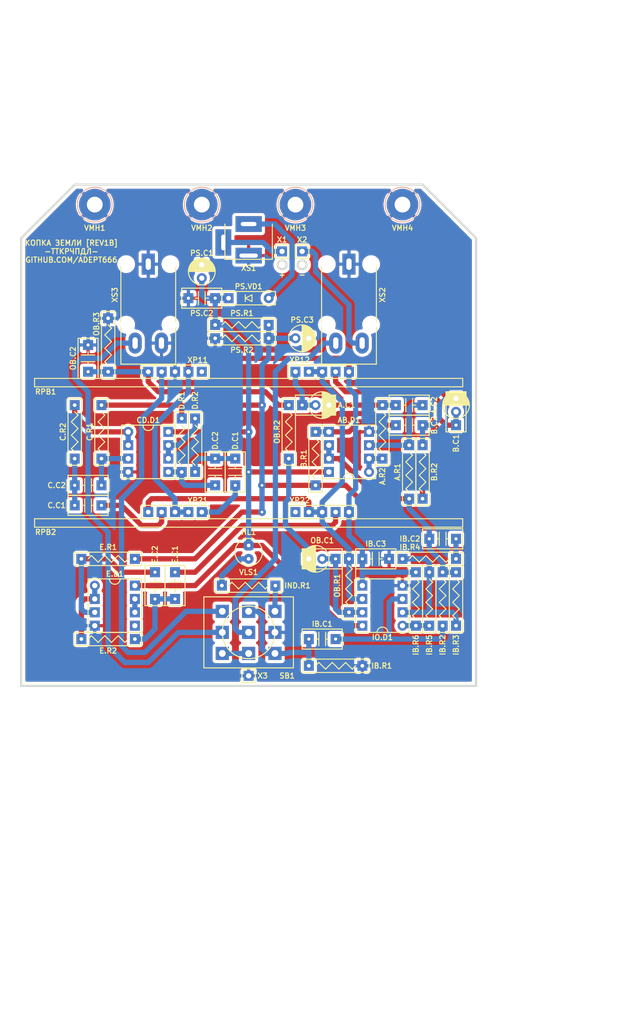
<source format=kicad_pcb>
(kicad_pcb (version 20171130) (host pcbnew 5.1.12-84ad8e8a86~92~ubuntu20.04.1)
  (title_block (title ТКП-1.24.B-4) (date 2025-01-03) (rev 1B) (company "Копка Земли [REV1B] Standard-Tuned SM") (comment 1 http://github.com/Adept666) (comment 2 "Igor Ivanov (Игорь Иванов)") (comment 3 -ТТКРЧПДЛ-) (comment 4 "This project is licensed under GNU General Public License v3.0 or later"))
  (layers (0 F.Cu jumper) (31 B.Cu signal) (37 F.SilkS user) (38 B.Mask user) (39 F.Mask user) (44 Edge.Cuts user))
  (net 0 "")
  (net 1 COM)
  (net 2 "Net-(HL1-PadC)")
  (net 3 /LED)
  (net 4 /PP3-POS)
  (net 5 /PP3-NEG)
  (net 6 VREF)
  (net 7 "Net-(A.C2-Pad2)")
  (net 8 "Net-(IB.C1-Pad2)")
  (net 9 "Net-(IB.C2-Pad2)")
  (net 10 /CUT-RAIL)
  (net 11 "Net-(IB.R3-Pad2)")
  (net 12 "Net-(IB.R5-Pad2)")
  (net 13 /BOOST-RAIL)
  (net 14 "Net-(IO.D1-Pad7)")
  (net 15 "Net-(OB.C2-Pad1)")
  (net 16 "Net-(C.C1-Pad1)")
  (net 17 "Net-(C.C1-Pad2)")
  (net 18 "Net-(C.C2-Pad2)")
  (net 19 "Net-(D.C1-Pad1)")
  (net 20 "Net-(D.C1-Pad2)")
  (net 21 "Net-(E.C1-Pad1)")
  (net 22 "Net-(E.C1-Pad2)")
  (net 23 "Net-(E.C2-Pad2)")
  (net 24 "Net-(E.D1-Pad6)")
  (net 25 "Net-(A.R2-Pad2)")
  (net 26 "Net-(AB.D1-Pad5)")
  (net 27 "Net-(AB.D1-Pad6)")
  (net 28 "Net-(C.R2-Pad2)")
  (net 29 "Net-(CD.D1-Pad5)")
  (net 30 "Net-(CD.D1-Pad6)")
  (net 31 "Net-(E.D1-Pad1)")
  (net 32 "Net-(E.D1-Pad5)")
  (net 33 V)
  (net 34 "Net-(PS.VD1-PadA)")
  (net 35 /IN-CIR)
  (net 36 /IN-CON)
  (net 37 "Net-(SB1-PadNC1)")
  (net 38 /OUT-CIR)
  (net 39 /OUT-CON)
  (net 40 "Net-(A.C1-Pad+)")
  (net 41 "Net-(A.C1-Pad-)")
  (net 42 "Net-(B.C1-Pad+)")
  (net 43 "Net-(B.C1-Pad-)")
  (net 44 "Net-(OB.C1-Pad-)")
  (module SBEPL:ТКП-6.1.3.A1 (layer F.Cu) (at 105.41 148.59)
    (fp_text reference VE2 hide)
    (fp_text value ТКП-6.1.3.A1.C1.2-1.B1.D1 hide)
  )
  (module SBEPL:ТКП-6.1.1.A1.A1.A (layer F.Cu) (at 105.41 148.59)
    (fp_text reference VE1 hide)
    (fp_text value ТКП-6.1.1.A1.A1.A.1-1 hide)
  )
  (module KCL-TH-ML:CON-PAD-S-1.0-1.9 (layer F.Cu) (at 115.57 105.41)
    (fp_text reference X2 (at 0 -2.2225) (layer F.SilkS) (effects (font (thickness 0.2))))
    (fp_text value X)
    (pad 1 thru_hole rect (at 0 0) (size 1.9 1.9) (drill 1) (layers *.Cu *.Mask) (net 5 /PP3-NEG))
  )
  (module KCL-TH-ML:CON-PAD-S-1.0-1.9 (layer F.Cu) (at 111.76 105.41)
    (fp_text reference X1 (at 0 -2.2225) (layer F.SilkS) (effects (font (thickness 0.2))))
    (fp_text value X)
    (pad 1 thru_hole rect (at 0 0) (size 1.9 1.9) (drill 1) (layers *.Cu *.Mask) (net 4 /PP3-POS))
  )
  (module KCL-TH-ML:CON-PAD-S-1.0-1.9 (layer F.Cu) (at 105.41 186.055)
    (fp_text reference X3 (at 1.5875 0) (layer F.SilkS) (effects (font (thickness 0.2)) (justify left)))
    (fp_text value COM)
    (pad 1 thru_hole rect (at 0 0) (size 1.9 1.9) (drill 1) (layers *.Cu *.Mask) (net 1 COM))
  )
  (module KCL-TH-ML:SW-PBS-24-302SP-2.5-PNL-12.0 (layer F.Cu) (at 105.41 177.8)
    (fp_text reference SB1 (at 8.89 8.255) (layer F.SilkS) (effects (font (thickness 0.2)) (justify right)))
    (fp_text value PBS-24-302SP)
    (pad COM3 thru_hole rect (at 5 0) (size 2.5 2.5) (drill 1.3) (layers *.Cu *.Mask) (net 1 COM))
    (pad NC3 thru_hole rect (at 5 4) (size 2.5 2.5) (drill 1.3) (layers *.Cu *.Mask) (net 35 /IN-CIR))
    (pad NO3 thru_hole rect (at 5 -4) (size 2.5 2.5) (drill 1.3) (layers *.Cu *.Mask) (net 3 /LED))
    (pad COM2 thru_hole rect (at 0 0) (size 2.5 2.5) (drill 1.3) (layers *.Cu *.Mask) (net 36 /IN-CON))
    (pad NC2 thru_hole rect (at 0 4) (size 2.5 2.5) (drill 1.3) (layers *.Cu *.Mask) (net 37 "Net-(SB1-PadNC1)"))
    (pad NO2 thru_hole rect (at 0 -4) (size 2.5 2.5) (drill 1.3) (layers *.Cu *.Mask) (net 35 /IN-CIR))
    (pad NO1 thru_hole rect (at -5 -4) (size 2.5 2.5) (drill 1.3) (layers *.Cu *.Mask) (net 38 /OUT-CIR))
    (pad COM1 thru_hole rect (at -5 0) (size 2.5 2.5) (drill 1.3) (layers *.Cu *.Mask) (net 39 /OUT-CON))
    (pad NC1 thru_hole rect (at -5 4) (size 2.5 2.5) (drill 1.3) (layers *.Cu *.Mask) (net 37 "Net-(SB1-PadNC1)"))
  )
  (module KCL-TH-ML:VMH-STA-DA5-PNL-3.0 (layer F.Cu) (at 134.62 96.52)
    (fp_text reference VMH4 (at 0 4.445) (layer F.SilkS) (effects (font (thickness 0.2))))
    (fp_text value DI5M3x20)
    (pad 0 thru_hole circle (at 0 0) (size 6 6) (drill 3) (layers *.Cu *.Mask) (net 1 COM))
  )
  (module KCL-TH-ML:VMH-STA-DA5-PNL-3.0 (layer F.Cu) (at 114.3 96.52)
    (fp_text reference VMH3 (at 0 4.445) (layer F.SilkS) (effects (font (thickness 0.2))))
    (fp_text value DI5M3x20)
    (pad 0 thru_hole circle (at 0 0) (size 6 6) (drill 3) (layers *.Cu *.Mask) (net 1 COM))
  )
  (module KCL-TH-ML:VMH-STA-DA5-PNL-3.0 (layer F.Cu) (at 96.52 96.52)
    (fp_text reference VMH2 (at 0 4.445) (layer F.SilkS) (effects (font (thickness 0.2))))
    (fp_text value DI5M3x20)
    (pad 0 thru_hole circle (at 0 0) (size 6 6) (drill 3) (layers *.Cu *.Mask) (net 1 COM))
  )
  (module KCL-TH-ML:VMH-STA-DA5-PNL-3.0 (layer F.Cu) (at 76.2 96.52)
    (fp_text reference VMH1 (at 0 4.445) (layer F.SilkS) (effects (font (thickness 0.2))))
    (fp_text value DI5M3x20)
    (pad 0 thru_hole circle (at 0 0) (size 6 6) (drill 3) (layers *.Cu *.Mask) (net 1 COM))
  )
  (module KCL-VIRTUAL:VLS-BR (layer F.Cu) (at 105.41 162.56)
    (fp_text reference VLS1 (at 0 3.81) (layer F.SilkS) (effects (font (thickness 0.2))))
    (fp_text value BR-17.8)
  )
  (module KCL-TH-ML:LED-ROUND-05.0-UNI-SH-SPACER-PNL-5.3 (layer F.Cu) (at 105.41 162.56 90)
    (fp_text reference HL1 (at 3.81 0 180) (layer F.SilkS) (effects (font (thickness 0.2))))
    (fp_text value FYL-5013UWC)
    (pad C thru_hole circle (at -1.27 0 90) (size 1.9 1.9) (drill 0.7) (layers *.Cu *.Mask) (net 2 "Net-(HL1-PadC)"))
    (pad A thru_hole roundrect (at 1.27 0 90) (size 1.9 1.9) (drill 0.7) (layers *.Cu *.Mask) (roundrect_rratio 0.3) (net 33 V))
  )
  (module KCL-VIRTUAL:B-PP3-HV (layer F.Cu) (at 105.41 196.85)
    (fp_text reference GB1 hide)
    (fp_text value X hide)
  )
  (module SBKCL-TH-ML:RPB-1590BB-18-3x17-1.6-PNL-7.2 (layer F.Cu) (at 105.41 143.71)
    (fp_text reference RPB2 (at -40.64 15.04) (layer F.SilkS) (effects (font (thickness 0.2)) (justify left)))
    (fp_text value B50K-B50K-B50K)
    (fp_text user XP21 (at -7.62 9.0075) (layer F.SilkS) (effects (font (thickness 0.2)) (justify right)))
    (fp_text user XP22 (at 7.62 9.0075) (layer F.SilkS) (effects (font (thickness 0.2)) (justify left)))
    (pad 22 thru_hole rect (at 8.89 11.23) (size 1.9 1.9) (drill 0.9) (layers *.Cu *.Mask) (net 19 "Net-(D.C1-Pad1)"))
    (pad 23 thru_hole rect (at 11.43 11.23) (size 1.9 1.9) (drill 0.9) (layers *.Cu *.Mask) (net 13 /BOOST-RAIL))
    (pad 33 thru_hole rect (at 13.97 11.23) (size 1.9 1.9) (drill 0.9) (layers *.Cu *.Mask) (net 13 /BOOST-RAIL))
    (pad 32 thru_hole rect (at 16.51 11.23) (size 1.9 1.9) (drill 0.9) (layers *.Cu *.Mask) (net 21 "Net-(E.C1-Pad1)"))
    (pad 31 thru_hole rect (at 19.05 11.23) (size 1.9 1.9) (drill 0.9) (layers *.Cu *.Mask) (net 10 /CUT-RAIL))
    (pad 22 thru_hole rect (at -8.89 11.23) (size 1.9 1.9) (drill 0.9) (layers *.Cu *.Mask) (net 19 "Net-(D.C1-Pad1)"))
    (pad 12 thru_hole rect (at -16.51 11.23) (size 1.9 1.9) (drill 0.9) (layers *.Cu *.Mask) (net 16 "Net-(C.C1-Pad1)"))
    (pad 11 thru_hole rect (at -13.97 11.23) (size 1.9 1.9) (drill 0.9) (layers *.Cu *.Mask) (net 10 /CUT-RAIL))
    (pad 13 thru_hole rect (at -19.05 11.23) (size 1.9 1.9) (drill 0.9) (layers *.Cu *.Mask) (net 13 /BOOST-RAIL))
    (pad 21 thru_hole rect (at -11.43 11.23) (size 1.9 1.9) (drill 0.9) (layers *.Cu *.Mask) (net 10 /CUT-RAIL))
  )
  (module SBKCL-TH-ML:RPB-1590BB-18-3x17-1.6-PNL-7.2 (layer F.Cu) (at 105.41 117.04)
    (fp_text reference RPB1 (at -40.64 15.04) (layer F.SilkS) (effects (font (thickness 0.2)) (justify left)))
    (fp_text value B50K-B50K-B50K)
    (fp_text user XP11 (at -7.62 9.0075) (layer F.SilkS) (effects (font (thickness 0.2)) (justify right)))
    (fp_text user XP12 (at 7.62 9.0075) (layer F.SilkS) (effects (font (thickness 0.2)) (justify left)))
    (pad 22 thru_hole rect (at 8.89 11.23) (size 1.9 1.9) (drill 0.9) (layers *.Cu *.Mask) (net 40 "Net-(A.C1-Pad+)"))
    (pad 23 thru_hole rect (at 11.43 11.23) (size 1.9 1.9) (drill 0.9) (layers *.Cu *.Mask) (net 13 /BOOST-RAIL))
    (pad 33 thru_hole rect (at 13.97 11.23) (size 1.9 1.9) (drill 0.9) (layers *.Cu *.Mask) (net 13 /BOOST-RAIL))
    (pad 32 thru_hole rect (at 16.51 11.23) (size 1.9 1.9) (drill 0.9) (layers *.Cu *.Mask) (net 42 "Net-(B.C1-Pad+)"))
    (pad 31 thru_hole rect (at 19.05 11.23) (size 1.9 1.9) (drill 0.9) (layers *.Cu *.Mask) (net 10 /CUT-RAIL))
    (pad 22 thru_hole rect (at -8.89 11.23) (size 1.9 1.9) (drill 0.9) (layers *.Cu *.Mask) (net 40 "Net-(A.C1-Pad+)"))
    (pad 12 thru_hole rect (at -16.51 11.23) (size 1.9 1.9) (drill 0.9) (layers *.Cu *.Mask) (net 38 /OUT-CIR))
    (pad 11 thru_hole rect (at -13.97 11.23) (size 1.9 1.9) (drill 0.9) (layers *.Cu *.Mask) (net 1 COM))
    (pad 13 thru_hole rect (at -19.05 11.23) (size 1.9 1.9) (drill 0.9) (layers *.Cu *.Mask) (net 15 "Net-(OB.C2-Pad1)"))
    (pad 21 thru_hole rect (at -11.43 11.23) (size 1.9 1.9) (drill 0.9) (layers *.Cu *.Mask) (net 10 /CUT-RAIL))
  )
  (module SBKCL-TH-ML:CON-ST-008X-04 (layer F.Cu) (at 124.46 100.33 180)
    (fp_text reference XS2 (at -6.35 -13.335 270) (layer F.SilkS) (effects (font (thickness 0.2))))
    (fp_text value PJ-309)
    (pad "" np_thru_hole circle (at 4.2 -7.5 180) (size 2.2 2.2) (drill 2.2) (layers *.Cu *.Mask))
    (pad "" np_thru_hole circle (at -4.2 -7.5 180) (size 2.2 2.2) (drill 2.2) (layers *.Cu *.Mask))
    (pad "" np_thru_hole circle (at 4.2 -19 180) (size 2.2 2.2) (drill 2.2) (layers *.Cu *.Mask))
    (pad R thru_hole oval (at -2.5 -22.5 180) (size 2.5 4) (drill oval 1 2.2) (layers *.Cu *.Mask) (net 5 /PP3-NEG))
    (pad T thru_hole oval (at 2.5 -22.5 180) (size 2.5 4) (drill oval 1 2.2) (layers *.Cu *.Mask) (net 36 /IN-CON))
    (pad S thru_hole rect (at 0 -7.5 180) (size 2.5 4) (drill oval 1 2.2) (layers *.Cu *.Mask) (net 1 COM))
    (pad "" np_thru_hole circle (at -4.2 -19 180) (size 2.2 2.2) (drill 2.2) (layers *.Cu *.Mask))
  )
  (module SBKCL-TH-ML:CON-ST-008X-04 (layer F.Cu) (at 86.36 100.33 180)
    (fp_text reference XS3 (at 6.35 -13.335 270) (layer F.SilkS) (effects (font (thickness 0.2))))
    (fp_text value PJ-309)
    (pad "" np_thru_hole circle (at 4.2 -7.5 180) (size 2.2 2.2) (drill 2.2) (layers *.Cu *.Mask))
    (pad "" np_thru_hole circle (at -4.2 -7.5 180) (size 2.2 2.2) (drill 2.2) (layers *.Cu *.Mask))
    (pad "" np_thru_hole circle (at 4.2 -19 180) (size 2.2 2.2) (drill 2.2) (layers *.Cu *.Mask))
    (pad R thru_hole oval (at -2.5 -22.5 180) (size 2.5 4) (drill oval 1 2.2) (layers *.Cu *.Mask) (net 1 COM))
    (pad T thru_hole oval (at 2.5 -22.5 180) (size 2.5 4) (drill oval 1 2.2) (layers *.Cu *.Mask) (net 39 /OUT-CON))
    (pad S thru_hole rect (at 0 -7.5 180) (size 2.5 4) (drill oval 1 2.2) (layers *.Cu *.Mask) (net 1 COM))
    (pad "" np_thru_hole circle (at -4.2 -19 180) (size 2.2 2.2) (drill 2.2) (layers *.Cu *.Mask))
  )
  (module SBKCL-TH-ML:C-DISK-D04.2-T03.0-P05.08-d0.5-OR-CP-RADIAL-D05.0-P02.0-CLS (layer F.Cu) (at 119.38 163.83 180)
    (fp_text reference OB.C1 (at 0 3.4925) (layer F.SilkS) (effects (font (thickness 0.2))))
    (fp_text value 105)
    (pad - thru_hole rect (at 2.54 0 180) (size 1.9 1.9) (drill 1) (layers *.Cu *.Mask) (net 44 "Net-(OB.C1-Pad-)"))
    (pad + thru_hole circle (at 0 0 180) (size 1.9 1.9) (drill 1) (layers *.Cu *.Mask) (net 14 "Net-(IO.D1-Pad7)"))
    (pad + thru_hole rect (at -2.54 0 180) (size 1.9 1.9) (drill 0.6) (layers *.Cu *.Mask) (net 14 "Net-(IO.D1-Pad7)"))
  )
  (module SBKCL-TH-ML:C-DISK-D04.2-T03.0-P05.08-d0.5-OR-CP-RADIAL-D05.0-P02.0-CLS (layer F.Cu) (at 144.78 135.89 90)
    (fp_text reference B.C1 (at -4.1275 0 90) (layer F.SilkS) (effects (font (thickness 0.2)) (justify right)))
    (fp_text value 105)
    (pad - thru_hole rect (at 2.54 0 90) (size 1.9 1.9) (drill 1) (layers *.Cu *.Mask) (net 43 "Net-(B.C1-Pad-)"))
    (pad + thru_hole circle (at 0 0 90) (size 1.9 1.9) (drill 1) (layers *.Cu *.Mask) (net 42 "Net-(B.C1-Pad+)"))
    (pad + thru_hole rect (at -2.54 0 90) (size 1.9 1.9) (drill 0.6) (layers *.Cu *.Mask) (net 42 "Net-(B.C1-Pad+)"))
  )
  (module SBKCL-TH-ML:C-DISK-D04.2-T03.0-P05.08-d0.5-OR-CP-RADIAL-D05.0-P02.0-CLS (layer F.Cu) (at 118.11 134.62)
    (fp_text reference A.C1 (at 4.1275 0) (layer F.SilkS) (effects (font (thickness 0.2)) (justify left)))
    (fp_text value 105)
    (pad + thru_hole rect (at -2.54 0) (size 1.9 1.9) (drill 0.6) (layers *.Cu *.Mask) (net 40 "Net-(A.C1-Pad+)"))
    (pad + thru_hole circle (at 0 0) (size 1.9 1.9) (drill 1) (layers *.Cu *.Mask) (net 40 "Net-(A.C1-Pad+)"))
    (pad - thru_hole rect (at 2.54 0) (size 1.9 1.9) (drill 1) (layers *.Cu *.Mask) (net 41 "Net-(A.C1-Pad-)"))
  )
  (module KCL-TH-ML:CP-RADIAL-D05.0-P02.0-CLS (layer F.Cu) (at 115.57 121.92)
    (fp_text reference PS.C3 (at 0 -3.4925) (layer F.SilkS) (effects (font (thickness 0.2))))
    (fp_text value 476)
    (pad - thru_hole roundrect (at 1.27 0) (size 1.9 1.9) (drill 1) (layers *.Cu *.Mask) (roundrect_rratio 0.3) (net 1 COM))
    (pad + thru_hole circle (at -1.27 0) (size 1.9 1.9) (drill 1) (layers *.Cu *.Mask) (net 6 VREF))
  )
  (module KCL-TH-ML:CP-RADIAL-D05.0-P02.0-CLS (layer F.Cu) (at 96.52 109.22 90)
    (fp_text reference PS.C1 (at 3.4925 0 180) (layer F.SilkS) (effects (font (thickness 0.2))))
    (fp_text value 107)
    (pad + thru_hole circle (at -1.27 0 90) (size 1.9 1.9) (drill 1) (layers *.Cu *.Mask) (net 33 V))
    (pad - thru_hole roundrect (at 1.27 0 90) (size 1.9 1.9) (drill 1) (layers *.Cu *.Mask) (roundrect_rratio 0.3) (net 1 COM))
  )
  (module KCL-TH-ML:C-DISK-D04.2-T03.0-P05.08-d0.5 (layer F.Cu) (at 96.52 114.3 180)
    (fp_text reference PS.C2 (at 0 -2.8575) (layer F.SilkS) (effects (font (thickness 0.2))))
    (fp_text value 104)
    (pad 1 thru_hole rect (at -2.54 0 180) (size 1.9 1.9) (drill 0.6) (layers *.Cu *.Mask) (net 33 V))
    (pad 2 thru_hole rect (at 2.54 0 180) (size 1.9 1.9) (drill 0.6) (layers *.Cu *.Mask) (net 1 COM))
  )
  (module KCL-TH-ML:C-DISK-D04.2-T03.0-P05.08-d0.5 (layer F.Cu) (at 74.93 125.73 90)
    (fp_text reference OB.C2 (at 0 -2.8575 90) (layer F.SilkS) (effects (font (thickness 0.2))))
    (fp_text value 103)
    (pad 1 thru_hole rect (at -2.54 0 90) (size 1.9 1.9) (drill 0.6) (layers *.Cu *.Mask) (net 15 "Net-(OB.C2-Pad1)"))
    (pad 2 thru_hole rect (at 2.54 0 90) (size 1.9 1.9) (drill 0.6) (layers *.Cu *.Mask) (net 1 COM))
  )
  (module KCL-TH-ML:C-DISK-D04.2-T03.0-P05.08-d0.5 (layer F.Cu) (at 129.54 163.83)
    (fp_text reference IB.C3 (at 0 -2.8575) (layer F.SilkS) (effects (font (thickness 0.2))))
    (fp_text value 151)
    (pad 1 thru_hole rect (at -2.54 0) (size 1.9 1.9) (drill 0.6) (layers *.Cu *.Mask) (net 10 /CUT-RAIL))
    (pad 2 thru_hole rect (at 2.54 0) (size 1.9 1.9) (drill 0.6) (layers *.Cu *.Mask) (net 1 COM))
  )
  (module KCL-TH-ML:C-DISK-D04.2-T03.0-P05.08-d0.5 (layer F.Cu) (at 142.24 160.02)
    (fp_text reference IB.C2 (at -4.1275 0) (layer F.SilkS) (effects (font (thickness 0.2)) (justify right)))
    (fp_text value 103)
    (pad 1 thru_hole rect (at -2.54 0) (size 1.9 1.9) (drill 0.6) (layers *.Cu *.Mask) (net 6 VREF))
    (pad 2 thru_hole rect (at 2.54 0) (size 1.9 1.9) (drill 0.6) (layers *.Cu *.Mask) (net 9 "Net-(IB.C2-Pad2)"))
  )
  (module KCL-TH-ML:C-DISK-D04.2-T03.0-P05.08-d0.5 (layer F.Cu) (at 119.38 179.07)
    (fp_text reference IB.C1 (at 0 -2.8575) (layer F.SilkS) (effects (font (thickness 0.2))))
    (fp_text value 103)
    (pad 1 thru_hole rect (at -2.54 0) (size 1.9 1.9) (drill 0.6) (layers *.Cu *.Mask) (net 35 /IN-CIR))
    (pad 2 thru_hole rect (at 2.54 0) (size 1.9 1.9) (drill 0.6) (layers *.Cu *.Mask) (net 8 "Net-(IB.C1-Pad2)"))
  )
  (module KCL-TH-ML:C-DISK-D04.2-T03.0-P05.08-d0.5 (layer F.Cu) (at 87.63 168.91 90)
    (fp_text reference E.C2 (at 4.1275 0 90) (layer F.SilkS) (effects (font (thickness 0.2)) (justify left)))
    (fp_text value 681)
    (pad 1 thru_hole rect (at -2.54 0 90) (size 1.9 1.9) (drill 0.6) (layers *.Cu *.Mask) (net 22 "Net-(E.C1-Pad2)"))
    (pad 2 thru_hole rect (at 2.54 0 90) (size 1.9 1.9) (drill 0.6) (layers *.Cu *.Mask) (net 23 "Net-(E.C2-Pad2)"))
  )
  (module KCL-TH-ML:C-DISK-D04.2-T03.0-P05.08-d0.5 (layer F.Cu) (at 91.44 168.91 270)
    (fp_text reference E.C1 (at -4.1275 0 90) (layer F.SilkS) (effects (font (thickness 0.2)) (justify left)))
    (fp_text value 223)
    (pad 1 thru_hole rect (at -2.54 0 270) (size 1.9 1.9) (drill 0.6) (layers *.Cu *.Mask) (net 21 "Net-(E.C1-Pad1)"))
    (pad 2 thru_hole rect (at 2.54 0 270) (size 1.9 1.9) (drill 0.6) (layers *.Cu *.Mask) (net 22 "Net-(E.C1-Pad2)"))
  )
  (module KCL-TH-ML:C-DISK-D04.2-T03.0-P05.08-d0.5 (layer F.Cu) (at 99.06 147.32 270)
    (fp_text reference D.C2 (at -4.1275 0 90) (layer F.SilkS) (effects (font (thickness 0.2)) (justify left)))
    (fp_text value 332)
    (pad 1 thru_hole rect (at -2.54 0 270) (size 1.9 1.9) (drill 0.6) (layers *.Cu *.Mask) (net 20 "Net-(D.C1-Pad2)"))
    (pad 2 thru_hole rect (at 2.54 0 270) (size 1.9 1.9) (drill 0.6) (layers *.Cu *.Mask) (net 29 "Net-(CD.D1-Pad5)"))
  )
  (module KCL-TH-ML:C-DISK-D04.2-T03.0-P05.08-d0.5 (layer F.Cu) (at 102.87 147.32 90)
    (fp_text reference D.C1 (at 4.1275 0 90) (layer F.SilkS) (effects (font (thickness 0.2)) (justify left)))
    (fp_text value 333)
    (pad 2 thru_hole rect (at 2.54 0 90) (size 1.9 1.9) (drill 0.6) (layers *.Cu *.Mask) (net 20 "Net-(D.C1-Pad2)"))
    (pad 1 thru_hole rect (at -2.54 0 90) (size 1.9 1.9) (drill 0.6) (layers *.Cu *.Mask) (net 19 "Net-(D.C1-Pad1)"))
  )
  (module KCL-TH-ML:C-DISK-D04.2-T03.0-P05.08-d0.5 (layer F.Cu) (at 74.93 149.86)
    (fp_text reference C.C2 (at -4.1275 0) (layer F.SilkS) (effects (font (thickness 0.2)) (justify right)))
    (fp_text value 472)
    (pad 2 thru_hole rect (at 2.54 0) (size 1.9 1.9) (drill 0.6) (layers *.Cu *.Mask) (net 18 "Net-(C.C2-Pad2)"))
    (pad 1 thru_hole rect (at -2.54 0) (size 1.9 1.9) (drill 0.6) (layers *.Cu *.Mask) (net 17 "Net-(C.C1-Pad2)"))
  )
  (module KCL-TH-ML:C-DISK-D04.2-T03.0-P05.08-d0.5 (layer F.Cu) (at 74.93 153.67 180)
    (fp_text reference C.C1 (at 4.1275 0) (layer F.SilkS) (effects (font (thickness 0.2)) (justify right)))
    (fp_text value 224)
    (pad 2 thru_hole rect (at 2.54 0 180) (size 1.9 1.9) (drill 0.6) (layers *.Cu *.Mask) (net 17 "Net-(C.C1-Pad2)"))
    (pad 1 thru_hole rect (at -2.54 0 180) (size 1.9 1.9) (drill 0.6) (layers *.Cu *.Mask) (net 16 "Net-(C.C1-Pad1)"))
  )
  (module KCL-TH-ML:C-DISK-D04.2-T03.0-P05.08-d0.5 (layer F.Cu) (at 135.89 138.43 180)
    (fp_text reference B.C2 (at -4.7625 0 270) (layer F.SilkS) (effects (font (thickness 0.2))))
    (fp_text value 682)
    (pad 1 thru_hole rect (at -2.54 0 180) (size 1.9 1.9) (drill 0.6) (layers *.Cu *.Mask) (net 43 "Net-(B.C1-Pad-)"))
    (pad 2 thru_hole rect (at 2.54 0 180) (size 1.9 1.9) (drill 0.6) (layers *.Cu *.Mask) (net 26 "Net-(AB.D1-Pad5)"))
  )
  (module KCL-TH-ML:C-DISK-D04.2-T03.0-P05.08-d0.5 (layer F.Cu) (at 135.89 134.62)
    (fp_text reference A.C2 (at 4.7625 0 90) (layer F.SilkS) (effects (font (thickness 0.2))))
    (fp_text value 473)
    (pad 2 thru_hole rect (at 2.54 0) (size 1.9 1.9) (drill 0.6) (layers *.Cu *.Mask) (net 7 "Net-(A.C2-Pad2)"))
    (pad 1 thru_hole rect (at -2.54 0) (size 1.9 1.9) (drill 0.6) (layers *.Cu *.Mask) (net 41 "Net-(A.C1-Pad-)"))
  )
  (module KCL-TH-ML:R-MFR-25 (layer F.Cu) (at 105.41 168.91 180)
    (fp_text reference IND.R1 (at -6.6675 0) (layer F.SilkS) (effects (font (thickness 0.2)) (justify left)))
    (fp_text value 103)
    (pad 1 thru_hole rect (at -5.08 0 180) (size 1.9 1.9) (drill 0.7) (layers *.Cu *.Mask) (net 3 /LED))
    (pad 2 thru_hole rect (at 5.08 0 180) (size 1.9 1.9) (drill 0.7) (layers *.Cu *.Mask) (net 2 "Net-(HL1-PadC)"))
  )
  (module KCL-TH-ML:R-MFR-25 (layer F.Cu) (at 104.14 121.92)
    (fp_text reference PS.R2 (at 0 2.2225) (layer F.SilkS) (effects (font (thickness 0.2))))
    (fp_text value 473)
    (pad 1 thru_hole rect (at -5.08 0) (size 1.9 1.9) (drill 0.7) (layers *.Cu *.Mask) (net 1 COM))
    (pad 2 thru_hole rect (at 5.08 0) (size 1.9 1.9) (drill 0.7) (layers *.Cu *.Mask) (net 6 VREF))
  )
  (module KCL-TH-ML:R-MFR-25 (layer F.Cu) (at 104.14 119.38 180)
    (fp_text reference PS.R1 (at 0 2.2225) (layer F.SilkS) (effects (font (thickness 0.2))))
    (fp_text value 473)
    (pad 1 thru_hole rect (at -5.08 0 180) (size 1.9 1.9) (drill 0.7) (layers *.Cu *.Mask) (net 6 VREF))
    (pad 2 thru_hole rect (at 5.08 0 180) (size 1.9 1.9) (drill 0.7) (layers *.Cu *.Mask) (net 33 V))
  )
  (module KCL-TH-ML:R-MFR-25 (layer F.Cu) (at 78.74 123.19 270)
    (fp_text reference OB.R3 (at -6.35 2.2225 90) (layer F.SilkS) (effects (font (thickness 0.2)) (justify right)))
    (fp_text value 103)
    (pad 1 thru_hole rect (at -5.08 0 270) (size 1.9 1.9) (drill 0.7) (layers *.Cu *.Mask) (net 1 COM))
    (pad 2 thru_hole rect (at 5.08 0 270) (size 1.9 1.9) (drill 0.7) (layers *.Cu *.Mask) (net 15 "Net-(OB.C2-Pad1)"))
  )
  (module KCL-TH-ML:R-MFR-25 (layer F.Cu) (at 113.03 139.7 90)
    (fp_text reference OB.R2 (at 0 -2.2225 90) (layer F.SilkS) (effects (font (thickness 0.2))))
    (fp_text value 103)
    (pad 2 thru_hole rect (at 5.08 0 90) (size 1.9 1.9) (drill 0.7) (layers *.Cu *.Mask) (net 15 "Net-(OB.C2-Pad1)"))
    (pad 1 thru_hole rect (at -5.08 0 90) (size 1.9 1.9) (drill 0.7) (layers *.Cu *.Mask) (net 44 "Net-(OB.C1-Pad-)"))
  )
  (module KCL-TH-ML:R-MFR-25 (layer F.Cu) (at 124.46 168.91 270)
    (fp_text reference OB.R1 (at 0 2.2225 90) (layer F.SilkS) (effects (font (thickness 0.2))))
    (fp_text value 103)
    (pad 2 thru_hole rect (at 5.08 0 270) (size 1.9 1.9) (drill 0.7) (layers *.Cu *.Mask) (net 14 "Net-(IO.D1-Pad7)"))
    (pad 1 thru_hole rect (at -5.08 0 270) (size 1.9 1.9) (drill 0.7) (layers *.Cu *.Mask) (net 13 /BOOST-RAIL))
  )
  (module KCL-TH-ML:R-MFR-25 (layer F.Cu) (at 137.16 171.45 90)
    (fp_text reference IB.R6 (at -6.6675 0 90) (layer F.SilkS) (effects (font (thickness 0.2)) (justify right)))
    (fp_text value 103)
    (pad 1 thru_hole rect (at -5.08 0 90) (size 1.9 1.9) (drill 0.7) (layers *.Cu *.Mask) (net 12 "Net-(IB.R5-Pad2)"))
    (pad 2 thru_hole rect (at 5.08 0 90) (size 1.9 1.9) (drill 0.7) (layers *.Cu *.Mask) (net 10 /CUT-RAIL))
  )
  (module KCL-TH-ML:R-MFR-25 (layer F.Cu) (at 139.7 171.45 270)
    (fp_text reference IB.R5 (at 6.6675 0 90) (layer F.SilkS) (effects (font (thickness 0.2)) (justify right)))
    (fp_text value 103)
    (pad 1 thru_hole rect (at -5.08 0 270) (size 1.9 1.9) (drill 0.7) (layers *.Cu *.Mask) (net 11 "Net-(IB.R3-Pad2)"))
    (pad 2 thru_hole rect (at 5.08 0 270) (size 1.9 1.9) (drill 0.7) (layers *.Cu *.Mask) (net 12 "Net-(IB.R5-Pad2)"))
  )
  (module KCL-TH-ML:R-MFR-25 (layer F.Cu) (at 139.7 163.83 180)
    (fp_text reference IB.R4 (at 1.5875 2.2225) (layer F.SilkS) (effects (font (thickness 0.2)) (justify right)))
    (fp_text value 102)
    (pad 1 thru_hole rect (at -5.08 0 180) (size 1.9 1.9) (drill 0.7) (layers *.Cu *.Mask) (net 9 "Net-(IB.C2-Pad2)"))
    (pad 2 thru_hole rect (at 5.08 0 180) (size 1.9 1.9) (drill 0.7) (layers *.Cu *.Mask) (net 11 "Net-(IB.R3-Pad2)"))
  )
  (module KCL-TH-ML:R-MFR-25 (layer F.Cu) (at 144.78 171.45 270)
    (fp_text reference IB.R3 (at 6.6675 0 90) (layer F.SilkS) (effects (font (thickness 0.2)) (justify right)))
    (fp_text value 103)
    (pad 1 thru_hole rect (at -5.08 0 270) (size 1.9 1.9) (drill 0.7) (layers *.Cu *.Mask) (net 6 VREF))
    (pad 2 thru_hole rect (at 5.08 0 270) (size 1.9 1.9) (drill 0.7) (layers *.Cu *.Mask) (net 11 "Net-(IB.R3-Pad2)"))
  )
  (module KCL-TH-ML:R-MFR-25 (layer F.Cu) (at 142.24 171.45 270)
    (fp_text reference IB.R2 (at 6.6675 0 90) (layer F.SilkS) (effects (font (thickness 0.2)) (justify right)))
    (fp_text value 474)
    (pad 1 thru_hole rect (at -5.08 0 270) (size 1.9 1.9) (drill 0.7) (layers *.Cu *.Mask) (net 6 VREF))
    (pad 2 thru_hole rect (at 5.08 0 270) (size 1.9 1.9) (drill 0.7) (layers *.Cu *.Mask) (net 8 "Net-(IB.C1-Pad2)"))
  )
  (module KCL-TH-ML:R-MFR-25 (layer F.Cu) (at 121.92 184.15 180)
    (fp_text reference IB.R1 (at -6.6675 0) (layer F.SilkS) (effects (font (thickness 0.2)) (justify left)))
    (fp_text value 225)
    (pad 1 thru_hole rect (at -5.08 0 180) (size 1.9 1.9) (drill 0.7) (layers *.Cu *.Mask) (net 1 COM))
    (pad 2 thru_hole rect (at 5.08 0 180) (size 1.9 1.9) (drill 0.7) (layers *.Cu *.Mask) (net 35 /IN-CIR))
  )
  (module KCL-TH-ML:R-MFR-25 (layer F.Cu) (at 78.74 179.07 180)
    (fp_text reference E.R2 (at 0 -2.2225) (layer F.SilkS) (effects (font (thickness 0.2))))
    (fp_text value 511)
    (pad 2 thru_hole rect (at 5.08 0 180) (size 1.9 1.9) (drill 0.7) (layers *.Cu *.Mask) (net 31 "Net-(E.D1-Pad1)"))
    (pad 1 thru_hole rect (at -5.08 0 180) (size 1.9 1.9) (drill 0.7) (layers *.Cu *.Mask) (net 22 "Net-(E.C1-Pad2)"))
  )
  (module KCL-TH-ML:R-MFR-25 (layer F.Cu) (at 78.74 163.83 180)
    (fp_text reference E.R1 (at 0 2.2225) (layer F.SilkS) (effects (font (thickness 0.2))))
    (fp_text value 124)
    (pad 2 thru_hole rect (at 5.08 0 180) (size 1.9 1.9) (drill 0.7) (layers *.Cu *.Mask) (net 23 "Net-(E.C2-Pad2)"))
    (pad 1 thru_hole rect (at -5.08 0 180) (size 1.9 1.9) (drill 0.7) (layers *.Cu *.Mask) (net 6 VREF))
  )
  (module KCL-TH-ML:R-MFR-25 (layer F.Cu) (at 95.25 142.24 90)
    (fp_text reference D.R2 (at 6.6675 0 90) (layer F.SilkS) (effects (font (thickness 0.2)) (justify left)))
    (fp_text value 821)
    (pad 2 thru_hole rect (at 5.08 0 90) (size 1.9 1.9) (drill 0.7) (layers *.Cu *.Mask) (net 30 "Net-(CD.D1-Pad6)"))
    (pad 1 thru_hole rect (at -5.08 0 90) (size 1.9 1.9) (drill 0.7) (layers *.Cu *.Mask) (net 20 "Net-(D.C1-Pad2)"))
  )
  (module KCL-TH-ML:R-MFR-25 (layer F.Cu) (at 92.71 142.24 270)
    (fp_text reference D.R1 (at -6.6675 0 90) (layer F.SilkS) (effects (font (thickness 0.2)) (justify left)))
    (fp_text value 104)
    (pad 1 thru_hole rect (at -5.08 0 270) (size 1.9 1.9) (drill 0.7) (layers *.Cu *.Mask) (net 6 VREF))
    (pad 2 thru_hole rect (at 5.08 0 270) (size 1.9 1.9) (drill 0.7) (layers *.Cu *.Mask) (net 29 "Net-(CD.D1-Pad5)"))
  )
  (module KCL-TH-ML:R-MFR-25 (layer F.Cu) (at 72.39 139.7 90)
    (fp_text reference C.R2 (at 0 -2.2225 90) (layer F.SilkS) (effects (font (thickness 0.2))))
    (fp_text value 511)
    (pad 2 thru_hole rect (at 5.08 0 90) (size 1.9 1.9) (drill 0.7) (layers *.Cu *.Mask) (net 28 "Net-(C.R2-Pad2)"))
    (pad 1 thru_hole rect (at -5.08 0 90) (size 1.9 1.9) (drill 0.7) (layers *.Cu *.Mask) (net 17 "Net-(C.C1-Pad2)"))
  )
  (module KCL-TH-ML:R-MFR-25 (layer F.Cu) (at 77.47 139.7 270)
    (fp_text reference C.R1 (at 0 2.2225 90) (layer F.SilkS) (effects (font (thickness 0.2))))
    (fp_text value 124)
    (pad 2 thru_hole rect (at 5.08 0 270) (size 1.9 1.9) (drill 0.7) (layers *.Cu *.Mask) (net 18 "Net-(C.C2-Pad2)"))
    (pad 1 thru_hole rect (at -5.08 0 270) (size 1.9 1.9) (drill 0.7) (layers *.Cu *.Mask) (net 6 VREF))
  )
  (module KCL-TH-ML:R-MFR-25 (layer F.Cu) (at 138.43 147.32 270)
    (fp_text reference B.R2 (at 0 -2.2225 90) (layer F.SilkS) (effects (font (thickness 0.2))))
    (fp_text value 471)
    (pad 2 thru_hole rect (at 5.08 0 270) (size 1.9 1.9) (drill 0.7) (layers *.Cu *.Mask) (net 27 "Net-(AB.D1-Pad6)"))
    (pad 1 thru_hole rect (at -5.08 0 270) (size 1.9 1.9) (drill 0.7) (layers *.Cu *.Mask) (net 43 "Net-(B.C1-Pad-)"))
  )
  (module KCL-TH-ML:R-MFR-25 (layer F.Cu) (at 118.11 144.78 90)
    (fp_text reference B.R1 (at 0 -2.2225 90) (layer F.SilkS) (effects (font (thickness 0.2))))
    (fp_text value 124)
    (pad 2 thru_hole rect (at 5.08 0 90) (size 1.9 1.9) (drill 0.7) (layers *.Cu *.Mask) (net 26 "Net-(AB.D1-Pad5)"))
    (pad 1 thru_hole rect (at -5.08 0 90) (size 1.9 1.9) (drill 0.7) (layers *.Cu *.Mask) (net 6 VREF))
  )
  (module KCL-TH-ML:R-MFR-25 (layer F.Cu) (at 130.81 139.7 270)
    (fp_text reference A.R2 (at 6.6675 0 90) (layer F.SilkS) (effects (font (thickness 0.2)) (justify right)))
    (fp_text value 471)
    (pad 2 thru_hole rect (at 5.08 0 270) (size 1.9 1.9) (drill 0.7) (layers *.Cu *.Mask) (net 25 "Net-(A.R2-Pad2)"))
    (pad 1 thru_hole rect (at -5.08 0 270) (size 1.9 1.9) (drill 0.7) (layers *.Cu *.Mask) (net 41 "Net-(A.C1-Pad-)"))
  )
  (module KCL-TH-ML:R-MFR-25 (layer F.Cu) (at 135.89 147.32 90)
    (fp_text reference A.R1 (at 0 -2.2225 90) (layer F.SilkS) (effects (font (thickness 0.2))))
    (fp_text value 104)
    (pad 2 thru_hole rect (at 5.08 0 90) (size 1.9 1.9) (drill 0.7) (layers *.Cu *.Mask) (net 7 "Net-(A.C2-Pad2)"))
    (pad 1 thru_hole rect (at -5.08 0 90) (size 1.9 1.9) (drill 0.7) (layers *.Cu *.Mask) (net 6 VREF))
  )
  (module KCL-TH-ML:CON-DC-005 (layer F.Cu) (at 105.41 92.71 180)
    (fp_text reference XS1 (at 0 -15.875) (layer F.SilkS) (effects (font (thickness 0.2))))
    (fp_text value DC-005)
    (pad C thru_hole rect (at 0 -13.5 180) (size 5 3) (drill oval 3.5 0.8) (layers *.Cu *.Mask) (net 1 COM))
    (pad SN thru_hole rect (at 4.8 -11 180) (size 3 5) (drill oval 0.8 3) (layers *.Cu *.Mask) (net 4 /PP3-POS))
    (pad S thru_hole rect (at 0 -7.5 180) (size 5 3) (drill oval 3 0.8) (layers *.Cu *.Mask) (net 34 "Net-(PS.VD1-PadA)"))
  )
  (module KCL-TH-ML:P-DIP-08 (layer F.Cu) (at 130.81 172.72 180)
    (fp_text reference IO.D1 (at 0 -6.0325) (layer F.SilkS) (effects (font (thickness 0.2))))
    (fp_text value 4558)
    (pad 8 thru_hole rect (at 3.81 -3.81 180) (size 1.9 1.9) (drill 1) (layers *.Cu *.Mask) (net 33 V))
    (pad 7 thru_hole rect (at 3.81 -1.27 180) (size 1.9 1.9) (drill 1) (layers *.Cu *.Mask) (net 14 "Net-(IO.D1-Pad7)"))
    (pad 6 thru_hole rect (at 3.81 1.27 180) (size 1.9 1.9) (drill 1) (layers *.Cu *.Mask) (net 13 /BOOST-RAIL))
    (pad 5 thru_hole rect (at 3.81 3.81 180) (size 1.9 1.9) (drill 1) (layers *.Cu *.Mask) (net 10 /CUT-RAIL))
    (pad 4 thru_hole rect (at -3.81 3.81 180) (size 1.9 1.9) (drill 1) (layers *.Cu *.Mask) (net 1 COM))
    (pad 3 thru_hole rect (at -3.81 1.27 180) (size 1.9 1.9) (drill 1) (layers *.Cu *.Mask) (net 8 "Net-(IB.C1-Pad2)"))
    (pad 2 thru_hole rect (at -3.81 -1.27 180) (size 1.9 1.9) (drill 1) (layers *.Cu *.Mask) (net 11 "Net-(IB.R3-Pad2)"))
    (pad 1 thru_hole circle (at -3.81 -3.81 180) (size 1.9 1.9) (drill 1) (layers *.Cu *.Mask) (net 12 "Net-(IB.R5-Pad2)"))
  )
  (module KCL-TH-ML:P-DIP-08 (layer F.Cu) (at 80.01 172.72)
    (fp_text reference E.D1 (at 0 -6.0325) (layer F.SilkS) (effects (font (thickness 0.2))))
    (fp_text value 4558)
    (pad 8 thru_hole rect (at 3.81 -3.81) (size 1.9 1.9) (drill 1) (layers *.Cu *.Mask) (net 33 V))
    (pad 7 thru_hole rect (at 3.81 -1.27) (size 1.9 1.9) (drill 1) (layers *.Cu *.Mask) (net 24 "Net-(E.D1-Pad6)"))
    (pad 6 thru_hole rect (at 3.81 1.27) (size 1.9 1.9) (drill 1) (layers *.Cu *.Mask) (net 24 "Net-(E.D1-Pad6)"))
    (pad 5 thru_hole rect (at 3.81 3.81) (size 1.9 1.9) (drill 1) (layers *.Cu *.Mask) (net 32 "Net-(E.D1-Pad5)"))
    (pad 4 thru_hole rect (at -3.81 3.81) (size 1.9 1.9) (drill 1) (layers *.Cu *.Mask) (net 1 COM))
    (pad 3 thru_hole rect (at -3.81 1.27) (size 1.9 1.9) (drill 1) (layers *.Cu *.Mask) (net 23 "Net-(E.C2-Pad2)"))
    (pad 2 thru_hole rect (at -3.81 -1.27) (size 1.9 1.9) (drill 1) (layers *.Cu *.Mask) (net 31 "Net-(E.D1-Pad1)"))
    (pad 1 thru_hole circle (at -3.81 -3.81) (size 1.9 1.9) (drill 1) (layers *.Cu *.Mask) (net 31 "Net-(E.D1-Pad1)"))
  )
  (module KCL-TH-ML:P-DIP-08 (layer F.Cu) (at 86.36 143.51)
    (fp_text reference CD.D1 (at 0 -6.0325) (layer F.SilkS) (effects (font (thickness 0.2))))
    (fp_text value 4558)
    (pad 8 thru_hole rect (at 3.81 -3.81) (size 1.9 1.9) (drill 1) (layers *.Cu *.Mask) (net 33 V))
    (pad 7 thru_hole rect (at 3.81 -1.27) (size 1.9 1.9) (drill 1) (layers *.Cu *.Mask) (net 30 "Net-(CD.D1-Pad6)"))
    (pad 6 thru_hole rect (at 3.81 1.27) (size 1.9 1.9) (drill 1) (layers *.Cu *.Mask) (net 30 "Net-(CD.D1-Pad6)"))
    (pad 5 thru_hole rect (at 3.81 3.81) (size 1.9 1.9) (drill 1) (layers *.Cu *.Mask) (net 29 "Net-(CD.D1-Pad5)"))
    (pad 4 thru_hole rect (at -3.81 3.81) (size 1.9 1.9) (drill 1) (layers *.Cu *.Mask) (net 1 COM))
    (pad 3 thru_hole rect (at -3.81 1.27) (size 1.9 1.9) (drill 1) (layers *.Cu *.Mask) (net 18 "Net-(C.C2-Pad2)"))
    (pad 2 thru_hole rect (at -3.81 -1.27) (size 1.9 1.9) (drill 1) (layers *.Cu *.Mask) (net 28 "Net-(C.R2-Pad2)"))
    (pad 1 thru_hole circle (at -3.81 -3.81) (size 1.9 1.9) (drill 1) (layers *.Cu *.Mask) (net 28 "Net-(C.R2-Pad2)"))
  )
  (module KCL-TH-ML:P-DIP-08 (layer F.Cu) (at 124.46 143.51 180)
    (fp_text reference AB.D1 (at 0 6.0325) (layer F.SilkS) (effects (font (thickness 0.2))))
    (fp_text value 4558)
    (pad 8 thru_hole rect (at 3.81 -3.81 180) (size 1.9 1.9) (drill 1) (layers *.Cu *.Mask) (net 33 V))
    (pad 7 thru_hole rect (at 3.81 -1.27 180) (size 1.9 1.9) (drill 1) (layers *.Cu *.Mask) (net 27 "Net-(AB.D1-Pad6)"))
    (pad 6 thru_hole rect (at 3.81 1.27 180) (size 1.9 1.9) (drill 1) (layers *.Cu *.Mask) (net 27 "Net-(AB.D1-Pad6)"))
    (pad 5 thru_hole rect (at 3.81 3.81 180) (size 1.9 1.9) (drill 1) (layers *.Cu *.Mask) (net 26 "Net-(AB.D1-Pad5)"))
    (pad 4 thru_hole rect (at -3.81 3.81 180) (size 1.9 1.9) (drill 1) (layers *.Cu *.Mask) (net 1 COM))
    (pad 3 thru_hole rect (at -3.81 1.27 180) (size 1.9 1.9) (drill 1) (layers *.Cu *.Mask) (net 7 "Net-(A.C2-Pad2)"))
    (pad 2 thru_hole rect (at -3.81 -1.27 180) (size 1.9 1.9) (drill 1) (layers *.Cu *.Mask) (net 25 "Net-(A.R2-Pad2)"))
    (pad 1 thru_hole circle (at -3.81 -3.81 180) (size 1.9 1.9) (drill 1) (layers *.Cu *.Mask) (net 25 "Net-(A.R2-Pad2)"))
  )
  (module KCL-TH-ML:P-DO-41 (layer F.Cu) (at 105.41 114.3 180)
    (fp_text reference PS.VD1 (at 0 2.2225) (layer F.SilkS) (effects (font (thickness 0.2))))
    (fp_text value 5817)
    (pad A thru_hole circle (at -3.81 0 180) (size 1.9 1.9) (drill 0.9) (layers *.Cu *.Mask) (net 34 "Net-(PS.VD1-PadA)"))
    (pad C thru_hole rect (at 3.81 0 180) (size 1.9 1.9) (drill 0.9) (layers *.Cu *.Mask) (net 33 V))
  )
  (gr_text - (at 115.57 109.855) (layer F.SilkS) (effects (font (size 1 1) (thickness 0.2))))
  (gr_text + (at 111.76 109.855) (layer F.SilkS) (effects (font (size 1 1) (thickness 0.2))))
  (gr_line (start 138.43 92.71) (end 148.59 102.87) (layer Edge.Cuts) (width 0.4))
  (gr_line (start 62.23 102.87) (end 72.39 92.71) (layer Edge.Cuts) (width 0.4))
  (gr_line (start 148.59 102.87) (end 148.59 187.96) (layer Edge.Cuts) (width 0.4))
  (gr_line (start 62.23 102.87) (end 62.23 187.96) (layer Edge.Cuts) (width 0.4))
  (gr_circle (center 115.57 107.95) (end 116.42 107.95) (layer Edge.Cuts) (width 0.4))
  (gr_circle (center 111.76 107.95) (end 112.61 107.95) (layer Edge.Cuts) (width 0.4))
  (gr_text "КОПКА ЗЕМЛИ [REV1B]\n-ТТКРЧПДЛ-\nGITHUB.COM/ADEPT666" (at 71.755 105.41) (layer F.SilkS) (effects (font (size 1 1) (thickness 0.2))))
  (gr_line (start 62.23 187.96) (end 148.59 187.96) (layer Edge.Cuts) (width 0.4))
  (gr_line (start 72.39 92.71) (end 138.43 92.71) (layer Edge.Cuts) (width 0.4))
  (segment (start 103.505 163.83) (end 105.41 163.83) (width 1) (layer B.Cu) (net 2))
  (segment (start 100.33 167.005) (end 103.505 163.83) (width 1) (layer B.Cu) (net 2))
  (segment (start 100.33 168.91) (end 100.33 167.005) (width 1) (layer B.Cu) (net 2))
  (segment (start 110.41 173.8) (end 110.41 171.53) (width 1) (layer B.Cu) (net 3))
  (segment (start 110.41 171.53) (end 110.49 171.45) (width 1) (layer B.Cu) (net 3))
  (segment (start 110.49 171.45) (end 110.49 168.91) (width 1) (layer B.Cu) (net 3))
  (segment (start 109.855 105.41) (end 111.76 105.41) (width 1) (layer B.Cu) (net 4))
  (segment (start 108.155 103.71) (end 109.855 105.41) (width 1) (layer B.Cu) (net 4))
  (segment (start 100.61 103.71) (end 108.155 103.71) (width 1) (layer B.Cu) (net 4))
  (segment (start 124.46 122.195) (end 125.095 122.83) (width 1) (layer B.Cu) (net 5))
  (segment (start 124.46 115.57) (end 124.46 122.195) (width 1) (layer B.Cu) (net 5))
  (segment (start 118.11 109.22) (end 124.46 115.57) (width 1) (layer B.Cu) (net 5))
  (segment (start 118.11 106.045) (end 118.11 109.22) (width 1) (layer B.Cu) (net 5))
  (segment (start 117.475 105.41) (end 118.11 106.045) (width 1) (layer B.Cu) (net 5))
  (segment (start 125.095 122.83) (end 126.96 122.83) (width 1) (layer B.Cu) (net 5))
  (segment (start 115.57 105.41) (end 117.475 105.41) (width 1) (layer B.Cu) (net 5))
  (via (at 107.95 134.62) (size 1.5) (drill 0.5) (layers F.Cu B.Cu) (net 6))
  (via (at 107.95 149.86) (size 1.5) (drill 0.5) (layers F.Cu B.Cu) (net 6))
  (via (at 107.95 154.94) (size 1.5) (drill 0.5) (layers F.Cu B.Cu) (net 6))
  (segment (start 142.24 166.37) (end 144.78 166.37) (width 1) (layer B.Cu) (net 6))
  (segment (start 92.71 137.16) (end 92.71 134.62) (width 1) (layer F.Cu) (net 6))
  (segment (start 92.71 134.62) (end 107.95 134.62) (width 1) (layer F.Cu) (net 6))
  (segment (start 77.47 134.62) (end 92.71 134.62) (width 1) (layer F.Cu) (net 6))
  (segment (start 139.7 161.925) (end 142.24 164.465) (width 1) (layer B.Cu) (net 6))
  (segment (start 142.24 164.465) (end 142.24 166.37) (width 1) (layer B.Cu) (net 6))
  (segment (start 139.7 160.02) (end 139.7 161.925) (width 1) (layer B.Cu) (net 6))
  (segment (start 118.11 149.86) (end 107.95 149.86) (width 1) (layer F.Cu) (net 6))
  (segment (start 135.89 154.305) (end 139.7 158.115) (width 1) (layer B.Cu) (net 6))
  (segment (start 139.7 158.115) (end 139.7 160.02) (width 1) (layer B.Cu) (net 6))
  (segment (start 135.89 152.4) (end 135.89 154.305) (width 1) (layer B.Cu) (net 6))
  (segment (start 126.365 152.4) (end 135.89 152.4) (width 1) (layer F.Cu) (net 6))
  (segment (start 123.825 149.86) (end 126.365 152.4) (width 1) (layer F.Cu) (net 6))
  (segment (start 118.11 149.86) (end 123.825 149.86) (width 1) (layer F.Cu) (net 6))
  (segment (start 109.22 121.92) (end 114.3 121.92) (width 1) (layer B.Cu) (net 6))
  (segment (start 109.22 119.38) (end 109.22 121.92) (width 1) (layer B.Cu) (net 6))
  (segment (start 109.22 125.73) (end 107.95 127) (width 1) (layer B.Cu) (net 6))
  (segment (start 109.22 121.92) (end 109.22 125.73) (width 1) (layer B.Cu) (net 6))
  (segment (start 107.95 127) (end 107.95 134.62) (width 1) (layer B.Cu) (net 6))
  (segment (start 107.95 134.62) (end 107.95 149.86) (width 1) (layer B.Cu) (net 6))
  (segment (start 107.95 149.86) (end 107.95 154.94) (width 1) (layer B.Cu) (net 6))
  (segment (start 104.14 154.94) (end 107.95 154.94) (width 1) (layer F.Cu) (net 6))
  (segment (start 95.25 163.83) (end 104.14 154.94) (width 1) (layer F.Cu) (net 6))
  (segment (start 83.82 163.83) (end 95.25 163.83) (width 1) (layer F.Cu) (net 6))
  (segment (start 128.27 142.24) (end 135.89 142.24) (width 1) (layer B.Cu) (net 7))
  (segment (start 136.525 134.62) (end 138.43 134.62) (width 1) (layer B.Cu) (net 7))
  (segment (start 135.89 135.255) (end 136.525 134.62) (width 1) (layer B.Cu) (net 7))
  (segment (start 135.89 142.24) (end 135.89 135.255) (width 1) (layer B.Cu) (net 7))
  (segment (start 121.92 179.07) (end 132.08 179.07) (width 1) (layer B.Cu) (net 8))
  (segment (start 142.24 178.435) (end 142.24 176.53) (width 1) (layer B.Cu) (net 8))
  (segment (start 141.605 179.07) (end 142.24 178.435) (width 1) (layer B.Cu) (net 8))
  (segment (start 132.08 179.07) (end 141.605 179.07) (width 1) (layer B.Cu) (net 8))
  (segment (start 132.715 171.45) (end 134.62 171.45) (width 1) (layer B.Cu) (net 8))
  (segment (start 132.08 172.085) (end 132.715 171.45) (width 1) (layer B.Cu) (net 8))
  (segment (start 132.08 179.07) (end 132.08 172.085) (width 1) (layer B.Cu) (net 8))
  (segment (start 144.78 160.02) (end 144.78 163.83) (width 1) (layer B.Cu) (net 9))
  (segment (start 91.44 154.94) (end 93.98 154.94) (width 1) (layer B.Cu) (net 10))
  (segment (start 137.16 166.37) (end 127 166.37) (width 1) (layer B.Cu) (net 10))
  (segment (start 127 166.37) (end 127 168.91) (width 1) (layer B.Cu) (net 10))
  (segment (start 93.98 132.08) (end 93.98 128.27) (width 1) (layer B.Cu) (net 10))
  (segment (start 87.63 138.43) (end 93.98 132.08) (width 1) (layer B.Cu) (net 10))
  (segment (start 87.63 148.59) (end 87.63 138.43) (width 1) (layer B.Cu) (net 10))
  (segment (start 91.44 152.4) (end 87.63 148.59) (width 1) (layer B.Cu) (net 10))
  (segment (start 91.44 154.94) (end 91.44 152.4) (width 1) (layer B.Cu) (net 10))
  (segment (start 124.46 126.365) (end 124.46 128.27) (width 1) (layer F.Cu) (net 10))
  (segment (start 123.825 125.73) (end 124.46 126.365) (width 1) (layer F.Cu) (net 10))
  (segment (start 94.615 125.73) (end 123.825 125.73) (width 1) (layer F.Cu) (net 10))
  (segment (start 93.98 126.365) (end 94.615 125.73) (width 1) (layer F.Cu) (net 10))
  (segment (start 93.98 128.27) (end 93.98 126.365) (width 1) (layer F.Cu) (net 10))
  (segment (start 127 163.83) (end 127 166.37) (width 1) (layer B.Cu) (net 10))
  (segment (start 127 161.925) (end 127 163.83) (width 1) (layer B.Cu) (net 10))
  (segment (start 124.46 159.385) (end 127 161.925) (width 1) (layer B.Cu) (net 10))
  (segment (start 124.46 154.94) (end 124.46 159.385) (width 1) (layer B.Cu) (net 10))
  (segment (start 124.46 131.445) (end 124.46 128.27) (width 1) (layer B.Cu) (net 10))
  (segment (start 125.73 132.715) (end 124.46 131.445) (width 1) (layer B.Cu) (net 10))
  (segment (start 125.73 150.495) (end 125.73 132.715) (width 1) (layer B.Cu) (net 10))
  (segment (start 124.46 151.765) (end 125.73 150.495) (width 1) (layer B.Cu) (net 10))
  (segment (start 124.46 154.94) (end 124.46 151.765) (width 1) (layer B.Cu) (net 10))
  (segment (start 144.78 174.625) (end 144.78 176.53) (width 1) (layer B.Cu) (net 11))
  (segment (start 144.145 173.99) (end 144.78 174.625) (width 1) (layer B.Cu) (net 11))
  (segment (start 139.7 173.99) (end 144.145 173.99) (width 1) (layer B.Cu) (net 11))
  (segment (start 139.7 173.99) (end 139.7 166.37) (width 1) (layer B.Cu) (net 11))
  (segment (start 134.62 173.99) (end 139.7 173.99) (width 1) (layer B.Cu) (net 11))
  (segment (start 134.62 163.83) (end 139.065 163.83) (width 1) (layer B.Cu) (net 11))
  (segment (start 139.065 163.83) (end 139.7 164.465) (width 1) (layer B.Cu) (net 11))
  (segment (start 139.7 164.465) (end 139.7 166.37) (width 1) (layer B.Cu) (net 11))
  (segment (start 134.62 176.53) (end 137.16 176.53) (width 1) (layer B.Cu) (net 12))
  (segment (start 137.16 176.53) (end 139.7 176.53) (width 1) (layer B.Cu) (net 12))
  (segment (start 116.84 128.27) (end 119.38 128.27) (width 1) (layer B.Cu) (net 13))
  (segment (start 116.84 154.94) (end 119.38 154.94) (width 1) (layer B.Cu) (net 13))
  (segment (start 116.84 153.035) (end 116.84 154.94) (width 1) (layer F.Cu) (net 13))
  (segment (start 86.995 152.4) (end 116.205 152.4) (width 1) (layer F.Cu) (net 13))
  (segment (start 86.36 153.035) (end 86.995 152.4) (width 1) (layer F.Cu) (net 13))
  (segment (start 116.205 152.4) (end 116.84 153.035) (width 1) (layer F.Cu) (net 13))
  (segment (start 86.36 154.94) (end 86.36 153.035) (width 1) (layer F.Cu) (net 13))
  (segment (start 124.46 170.815) (end 125.095 171.45) (width 1) (layer B.Cu) (net 13))
  (segment (start 125.095 171.45) (end 127 171.45) (width 1) (layer B.Cu) (net 13))
  (segment (start 124.46 163.83) (end 124.46 170.815) (width 1) (layer B.Cu) (net 13))
  (segment (start 124.46 161.925) (end 119.38 156.845) (width 1) (layer B.Cu) (net 13))
  (segment (start 124.46 163.83) (end 124.46 161.925) (width 1) (layer B.Cu) (net 13))
  (segment (start 119.38 154.94) (end 119.38 156.845) (width 1) (layer B.Cu) (net 13))
  (segment (start 123.19 133.985) (end 119.38 130.175) (width 1) (layer B.Cu) (net 13))
  (segment (start 119.38 130.175) (end 119.38 128.27) (width 1) (layer B.Cu) (net 13))
  (segment (start 123.19 149.225) (end 123.19 133.985) (width 1) (layer B.Cu) (net 13))
  (segment (start 119.38 153.035) (end 123.19 149.225) (width 1) (layer B.Cu) (net 13))
  (segment (start 119.38 154.94) (end 119.38 153.035) (width 1) (layer B.Cu) (net 13))
  (segment (start 124.46 173.99) (end 127 173.99) (width 1) (layer B.Cu) (net 14))
  (segment (start 122.555 173.99) (end 124.46 173.99) (width 1) (layer B.Cu) (net 14))
  (segment (start 121.92 173.355) (end 122.555 173.99) (width 1) (layer B.Cu) (net 14))
  (segment (start 121.92 163.83) (end 121.92 173.355) (width 1) (layer B.Cu) (net 14))
  (segment (start 119.38 163.83) (end 121.92 163.83) (width 1) (layer B.Cu) (net 14))
  (segment (start 74.93 128.27) (end 78.74 128.27) (width 1) (layer B.Cu) (net 15))
  (segment (start 78.74 128.27) (end 86.36 128.27) (width 1) (layer B.Cu) (net 15))
  (segment (start 108.585 132.08) (end 111.125 134.62) (width 1) (layer F.Cu) (net 15))
  (segment (start 111.125 134.62) (end 113.03 134.62) (width 1) (layer F.Cu) (net 15))
  (segment (start 88.265 132.08) (end 108.585 132.08) (width 1) (layer F.Cu) (net 15))
  (segment (start 86.36 130.175) (end 88.265 132.08) (width 1) (layer F.Cu) (net 15))
  (segment (start 86.36 128.27) (end 86.36 130.175) (width 1) (layer F.Cu) (net 15))
  (segment (start 88.265 157.48) (end 88.9 156.845) (width 1) (layer F.Cu) (net 16))
  (segment (start 85.09 157.48) (end 88.265 157.48) (width 1) (layer F.Cu) (net 16))
  (segment (start 81.28 153.67) (end 85.09 157.48) (width 1) (layer F.Cu) (net 16))
  (segment (start 88.9 156.845) (end 88.9 154.94) (width 1) (layer F.Cu) (net 16))
  (segment (start 77.47 153.67) (end 81.28 153.67) (width 1) (layer F.Cu) (net 16))
  (segment (start 72.39 149.86) (end 72.39 144.78) (width 1) (layer B.Cu) (net 17))
  (segment (start 72.39 149.86) (end 72.39 153.67) (width 1) (layer B.Cu) (net 17))
  (segment (start 77.47 144.78) (end 82.55 144.78) (width 1) (layer B.Cu) (net 18))
  (segment (start 77.47 144.78) (end 77.47 149.86) (width 1) (layer B.Cu) (net 18))
  (segment (start 102.87 151.765) (end 102.87 149.86) (width 1) (layer B.Cu) (net 19))
  (segment (start 99.695 154.94) (end 102.87 151.765) (width 1) (layer B.Cu) (net 19))
  (segment (start 96.52 154.94) (end 99.695 154.94) (width 1) (layer B.Cu) (net 19))
  (segment (start 99.06 144.78) (end 102.87 144.78) (width 1) (layer B.Cu) (net 20))
  (segment (start 95.885 144.78) (end 99.06 144.78) (width 1) (layer B.Cu) (net 20))
  (segment (start 95.25 145.415) (end 95.885 144.78) (width 1) (layer B.Cu) (net 20))
  (segment (start 95.25 147.32) (end 95.25 145.415) (width 1) (layer B.Cu) (net 20))
  (segment (start 121.92 156.845) (end 121.92 154.94) (width 1) (layer F.Cu) (net 21))
  (segment (start 121.285 157.48) (end 121.92 156.845) (width 1) (layer F.Cu) (net 21))
  (segment (start 104.14 157.48) (end 121.285 157.48) (width 1) (layer F.Cu) (net 21))
  (segment (start 95.25 166.37) (end 104.14 157.48) (width 1) (layer F.Cu) (net 21))
  (segment (start 91.44 166.37) (end 95.25 166.37) (width 1) (layer F.Cu) (net 21))
  (segment (start 87.63 171.45) (end 91.44 171.45) (width 1) (layer B.Cu) (net 22))
  (segment (start 87.63 177.165) (end 87.63 171.45) (width 1) (layer B.Cu) (net 22))
  (segment (start 85.725 179.07) (end 87.63 177.165) (width 1) (layer B.Cu) (net 22))
  (segment (start 83.82 179.07) (end 85.725 179.07) (width 1) (layer B.Cu) (net 22))
  (segment (start 74.295 173.99) (end 76.2 173.99) (width 1) (layer B.Cu) (net 23))
  (segment (start 73.66 173.355) (end 74.295 173.99) (width 1) (layer B.Cu) (net 23))
  (segment (start 73.66 163.83) (end 73.66 173.355) (width 1) (layer B.Cu) (net 23))
  (segment (start 81.28 166.37) (end 87.63 166.37) (width 1) (layer F.Cu) (net 23))
  (segment (start 78.74 163.83) (end 81.28 166.37) (width 1) (layer F.Cu) (net 23))
  (segment (start 73.66 163.83) (end 78.74 163.83) (width 1) (layer F.Cu) (net 23))
  (segment (start 83.82 171.45) (end 83.82 173.99) (width 1) (layer B.Cu) (net 24))
  (segment (start 128.27 144.78) (end 128.27 147.32) (width 1) (layer B.Cu) (net 25))
  (segment (start 128.27 144.78) (end 130.81 144.78) (width 1) (layer B.Cu) (net 25))
  (segment (start 118.11 139.7) (end 120.65 139.7) (width 1) (layer B.Cu) (net 26))
  (segment (start 130.81 137.795) (end 131.445 138.43) (width 1) (layer F.Cu) (net 26))
  (segment (start 126.365 137.795) (end 130.81 137.795) (width 1) (layer F.Cu) (net 26))
  (segment (start 124.46 139.7) (end 126.365 137.795) (width 1) (layer F.Cu) (net 26))
  (segment (start 131.445 138.43) (end 133.35 138.43) (width 1) (layer F.Cu) (net 26))
  (segment (start 120.65 139.7) (end 124.46 139.7) (width 1) (layer F.Cu) (net 26))
  (segment (start 120.65 142.24) (end 120.65 144.78) (width 1) (layer B.Cu) (net 27))
  (segment (start 138.43 150.495) (end 138.43 152.4) (width 1) (layer F.Cu) (net 27))
  (segment (start 137.795 149.86) (end 138.43 150.495) (width 1) (layer F.Cu) (net 27))
  (segment (start 127.635 149.86) (end 137.795 149.86) (width 1) (layer F.Cu) (net 27))
  (segment (start 122.555 144.78) (end 127.635 149.86) (width 1) (layer F.Cu) (net 27))
  (segment (start 120.65 144.78) (end 122.555 144.78) (width 1) (layer F.Cu) (net 27))
  (segment (start 82.55 139.7) (end 82.55 142.24) (width 1) (layer B.Cu) (net 28))
  (segment (start 72.39 136.525) (end 75.565 139.7) (width 1) (layer F.Cu) (net 28))
  (segment (start 75.565 139.7) (end 82.55 139.7) (width 1) (layer F.Cu) (net 28))
  (segment (start 72.39 134.62) (end 72.39 136.525) (width 1) (layer F.Cu) (net 28))
  (segment (start 90.17 147.32) (end 92.71 147.32) (width 1) (layer B.Cu) (net 29))
  (segment (start 93.345 149.86) (end 99.06 149.86) (width 1) (layer B.Cu) (net 29))
  (segment (start 92.71 149.225) (end 93.345 149.86) (width 1) (layer B.Cu) (net 29))
  (segment (start 92.71 147.32) (end 92.71 149.225) (width 1) (layer B.Cu) (net 29))
  (segment (start 90.17 142.24) (end 90.17 144.78) (width 1) (layer B.Cu) (net 30))
  (segment (start 92.075 142.24) (end 90.17 142.24) (width 1) (layer B.Cu) (net 30))
  (segment (start 95.25 139.065) (end 92.075 142.24) (width 1) (layer B.Cu) (net 30))
  (segment (start 95.25 137.16) (end 95.25 139.065) (width 1) (layer B.Cu) (net 30))
  (segment (start 76.2 168.91) (end 76.2 171.45) (width 1) (layer B.Cu) (net 31))
  (segment (start 74.295 171.45) (end 76.2 171.45) (width 1) (layer F.Cu) (net 31))
  (segment (start 73.66 172.085) (end 74.295 171.45) (width 1) (layer F.Cu) (net 31))
  (segment (start 73.66 179.07) (end 73.66 172.085) (width 1) (layer F.Cu) (net 31))
  (via (at 105.41 147.32) (size 1.5) (drill 0.5) (layers F.Cu B.Cu) (net 33))
  (segment (start 120.65 147.32) (end 105.41 147.32) (width 1) (layer F.Cu) (net 33))
  (segment (start 105.41 147.32) (end 105.41 161.29) (width 1) (layer B.Cu) (net 33))
  (via (at 105.41 139.7) (size 1.5) (drill 0.5) (layers F.Cu B.Cu) (net 33))
  (segment (start 90.17 139.7) (end 105.41 139.7) (width 1) (layer F.Cu) (net 33))
  (segment (start 105.41 139.7) (end 105.41 147.32) (width 1) (layer B.Cu) (net 33))
  (segment (start 99.06 114.3) (end 101.6 114.3) (width 1) (layer B.Cu) (net 33))
  (segment (start 99.06 114.3) (end 99.06 119.38) (width 1) (layer B.Cu) (net 33))
  (segment (start 105.41 123.825) (end 105.41 139.7) (width 1) (layer B.Cu) (net 33))
  (segment (start 100.965 119.38) (end 105.41 123.825) (width 1) (layer B.Cu) (net 33))
  (segment (start 99.06 119.38) (end 100.965 119.38) (width 1) (layer B.Cu) (net 33))
  (segment (start 97.155 114.3) (end 99.06 114.3) (width 1) (layer B.Cu) (net 33))
  (segment (start 96.52 113.665) (end 97.155 114.3) (width 1) (layer B.Cu) (net 33))
  (segment (start 96.52 110.49) (end 96.52 113.665) (width 1) (layer B.Cu) (net 33))
  (segment (start 102.87 161.29) (end 105.41 161.29) (width 1) (layer F.Cu) (net 33))
  (segment (start 95.25 168.91) (end 102.87 161.29) (width 1) (layer F.Cu) (net 33))
  (segment (start 83.82 168.91) (end 95.25 168.91) (width 1) (layer F.Cu) (net 33))
  (segment (start 123.19 176.53) (end 127 176.53) (width 1) (layer F.Cu) (net 33))
  (segment (start 107.95 161.29) (end 123.19 176.53) (width 1) (layer F.Cu) (net 33))
  (segment (start 105.41 161.29) (end 107.95 161.29) (width 1) (layer F.Cu) (net 33))
  (segment (start 110.37 100.21) (end 105.41 100.21) (width 1) (layer B.Cu) (net 34))
  (segment (start 113.665 103.505) (end 110.37 100.21) (width 1) (layer B.Cu) (net 34))
  (segment (start 113.665 109.855) (end 113.665 103.505) (width 1) (layer B.Cu) (net 34))
  (segment (start 109.22 114.3) (end 113.665 109.855) (width 1) (layer B.Cu) (net 34))
  (segment (start 110.41 181.8) (end 112.84 181.8) (width 1) (layer B.Cu) (net 35))
  (segment (start 112.84 181.8) (end 113.03 181.61) (width 1) (layer B.Cu) (net 35))
  (segment (start 113.03 181.61) (end 116.84 181.61) (width 1) (layer B.Cu) (net 35))
  (segment (start 105.41 173.8) (end 107.125 173.8) (width 1) (layer B.Cu) (net 35))
  (segment (start 107.125 173.8) (end 107.95 174.625) (width 1) (layer B.Cu) (net 35))
  (segment (start 110.41 181.8) (end 108.775 181.8) (width 1) (layer B.Cu) (net 35))
  (segment (start 108.775 181.8) (end 107.95 180.975) (width 1) (layer B.Cu) (net 35))
  (segment (start 107.95 174.625) (end 107.95 180.975) (width 1) (layer B.Cu) (net 35))
  (segment (start 116.84 179.07) (end 116.84 181.61) (width 1) (layer B.Cu) (net 35))
  (segment (start 116.84 181.61) (end 116.84 184.15) (width 1) (layer B.Cu) (net 35))
  (segment (start 103.505 177.8) (end 105.41 177.8) (width 1) (layer B.Cu) (net 36))
  (segment (start 102.87 177.165) (end 103.505 177.8) (width 1) (layer B.Cu) (net 36))
  (segment (start 102.87 171.45) (end 102.87 177.165) (width 1) (layer B.Cu) (net 36))
  (segment (start 110.49 163.83) (end 102.87 171.45) (width 1) (layer B.Cu) (net 36))
  (segment (start 110.49 128.27) (end 110.49 163.83) (width 1) (layer B.Cu) (net 36))
  (segment (start 116.84 125.73) (end 113.03 125.73) (width 1) (layer B.Cu) (net 36))
  (segment (start 119.74 122.83) (end 116.84 125.73) (width 1) (layer B.Cu) (net 36))
  (segment (start 113.03 125.73) (end 110.49 128.27) (width 1) (layer B.Cu) (net 36))
  (segment (start 121.96 122.83) (end 119.74 122.83) (width 1) (layer B.Cu) (net 36))
  (segment (start 100.41 181.8) (end 105.41 181.8) (width 1) (layer B.Cu) (net 37))
  (segment (start 100.41 173.8) (end 93.535 173.8) (width 1) (layer B.Cu) (net 38))
  (segment (start 93.535 173.8) (end 85.725 181.61) (width 1) (layer B.Cu) (net 38))
  (segment (start 85.09 137.16) (end 88.9 133.35) (width 1) (layer B.Cu) (net 38))
  (segment (start 85.725 181.61) (end 82.55 181.61) (width 1) (layer B.Cu) (net 38))
  (segment (start 82.55 181.61) (end 81.28 180.34) (width 1) (layer B.Cu) (net 38))
  (segment (start 85.09 148.59) (end 85.09 137.16) (width 1) (layer B.Cu) (net 38))
  (segment (start 81.28 180.34) (end 81.28 152.4) (width 1) (layer B.Cu) (net 38))
  (segment (start 81.28 152.4) (end 85.09 148.59) (width 1) (layer B.Cu) (net 38))
  (segment (start 88.9 133.35) (end 88.9 128.27) (width 1) (layer B.Cu) (net 38))
  (segment (start 81.915 183.515) (end 86.36 183.515) (width 1) (layer B.Cu) (net 39))
  (segment (start 92.075 177.8) (end 100.41 177.8) (width 1) (layer B.Cu) (net 39))
  (segment (start 78.74 180.34) (end 81.915 183.515) (width 1) (layer B.Cu) (net 39))
  (segment (start 74.93 154.94) (end 78.74 158.75) (width 1) (layer B.Cu) (net 39))
  (segment (start 74.93 132.08) (end 74.93 154.94) (width 1) (layer B.Cu) (net 39))
  (segment (start 78.74 158.75) (end 78.74 180.34) (width 1) (layer B.Cu) (net 39))
  (segment (start 73.66 125.73) (end 72.39 127) (width 1) (layer B.Cu) (net 39))
  (segment (start 72.39 129.54) (end 74.93 132.08) (width 1) (layer B.Cu) (net 39))
  (segment (start 77.47 125.73) (end 73.66 125.73) (width 1) (layer B.Cu) (net 39))
  (segment (start 80.37 122.83) (end 77.47 125.73) (width 1) (layer B.Cu) (net 39))
  (segment (start 86.36 183.515) (end 92.075 177.8) (width 1) (layer B.Cu) (net 39))
  (segment (start 72.39 127) (end 72.39 129.54) (width 1) (layer B.Cu) (net 39))
  (segment (start 83.86 122.83) (end 80.37 122.83) (width 1) (layer B.Cu) (net 39))
  (segment (start 115.57 134.62) (end 118.11 134.62) (width 1) (layer B.Cu) (net 40))
  (segment (start 115.57 132.08) (end 115.57 134.62) (width 1) (layer B.Cu) (net 40))
  (segment (start 114.3 130.81) (end 115.57 132.08) (width 1) (layer B.Cu) (net 40))
  (segment (start 114.3 128.27) (end 114.3 130.81) (width 1) (layer B.Cu) (net 40))
  (segment (start 120.65 134.62) (end 130.81 134.62) (width 1) (layer F.Cu) (net 41))
  (segment (start 130.81 134.62) (end 133.35 134.62) (width 1) (layer B.Cu) (net 41))
  (segment (start 144.78 135.89) (end 144.78 138.43) (width 1) (layer B.Cu) (net 42))
  (segment (start 121.92 128.27) (end 121.92 130.175) (width 1) (layer F.Cu) (net 42))
  (segment (start 141.605 133.985) (end 141.605 137.16) (width 1) (layer F.Cu) (net 42))
  (segment (start 142.875 138.43) (end 144.78 138.43) (width 1) (layer F.Cu) (net 42))
  (segment (start 121.92 130.175) (end 123.825 132.08) (width 1) (layer F.Cu) (net 42))
  (segment (start 123.825 132.08) (end 139.7 132.08) (width 1) (layer F.Cu) (net 42))
  (segment (start 139.7 132.08) (end 141.605 133.985) (width 1) (layer F.Cu) (net 42))
  (segment (start 141.605 137.16) (end 142.875 138.43) (width 1) (layer F.Cu) (net 42))
  (segment (start 138.43 138.43) (end 138.43 142.24) (width 1) (layer B.Cu) (net 43))
  (segment (start 142.875 133.35) (end 144.78 133.35) (width 1) (layer B.Cu) (net 43))
  (segment (start 141.605 134.62) (end 142.875 133.35) (width 1) (layer B.Cu) (net 43))
  (segment (start 140.335 138.43) (end 141.605 137.16) (width 1) (layer B.Cu) (net 43))
  (segment (start 141.605 137.16) (end 141.605 134.62) (width 1) (layer B.Cu) (net 43))
  (segment (start 138.43 138.43) (end 140.335 138.43) (width 1) (layer B.Cu) (net 43))
  (segment (start 113.03 152.4) (end 113.03 144.78) (width 1) (layer B.Cu) (net 44))
  (segment (start 112.395 153.035) (end 113.03 152.4) (width 1) (layer B.Cu) (net 44))
  (segment (start 112.395 157.48) (end 112.395 153.035) (width 1) (layer B.Cu) (net 44))
  (segment (start 116.84 161.925) (end 112.395 157.48) (width 1) (layer B.Cu) (net 44))
  (segment (start 116.84 163.83) (end 116.84 161.925) (width 1) (layer B.Cu) (net 44))
  (zone (net 1) (net_name COM) (layer B.Cu) (connect_pads (clearance 0.6)) (min_thickness 0.5) (fill yes (arc_segments 32) (thermal_gap 0.6) (thermal_bridge_width 0.6))
    (polygon (pts (xy 60.96 91.44) (xy 149.86 91.44) (xy 149.86 189.23) (xy 60.96 189.23)))
  )
  (zone (net 1) (net_name COM) (layer F.Cu) (connect_pads (clearance 0.6)) (min_thickness 0.5) (fill yes (arc_segments 32) (thermal_gap 0.6) (thermal_bridge_width 0.6))
    (polygon (pts (xy 60.96 91.44) (xy 149.86 91.44) (xy 149.86 189.23) (xy 60.96 189.23)))
  )
)
</source>
